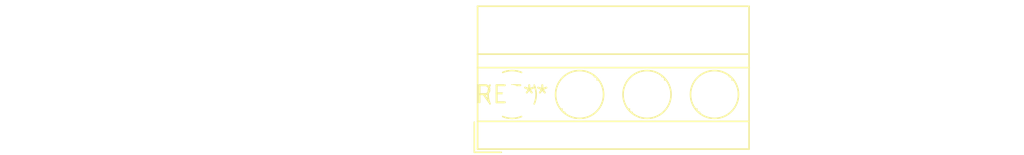
<source format=kicad_pcb>
(kicad_pcb (version 20240108) (generator pcbnew)
  (layers (0 "F.Cu" signal) (31 "B.Cu" signal) (34 "B.Paste" user) (35 "F.Paste" user) (36 "B.SilkS" user "B.Silkscreen") (37 "F.SilkS" user "F.Silkscreen") (38 "B.Mask" user) (39 "F.Mask" user) (44 "Edge.Cuts" user))
  (net 0 "")
  (footprint "TerminalBlock_MetzConnect_Type011_RT05504HBWC_1x04_P5.00mm_Horizontal" (layer "F.Cu") (at 0 0)
    (property "Reference" "REF**")
    (property "Value" "TerminalBlock_MetzConnect_Type011_RT05504HBWC_1x04_P5.00mm_Horizontal")
    (fp_line (start -2.8 2.06) (end -2.8 4.3) (layer "F.SilkS") (stroke (width 0.12)))
    (fp_line (start -2.8 4.3) (end -0.8 4.3) (layer "F.SilkS") (stroke (width 0.12)))
    (fp_line (start -2.56 -6.56) (end -2.56 4.06) (layer "F.SilkS") (stroke (width 0.12)))
    (fp_line (start -2.56 -6.56) (end 17.561 -6.56) (layer "F.SilkS") (stroke (width 0.12)))
    (fp_line (start -2.56 -3) (end 17.561 -3) (layer "F.SilkS") (stroke (width 0.12)))
    (fp_line (start -2.56 -2) (end 17.561 -2) (layer "F.SilkS") (stroke (width 0.12)))
    (fp_line (start -2.56 2) (end 17.561 2) (layer "F.SilkS") (stroke (width 0.12)))
    (fp_line (start -2.56 4.06) (end 17.561 4.06) (layer "F.SilkS") (stroke (width 0.12)))
    (fp_line (start 3.7 1.083) (end 3.65 1.133) (layer "F.SilkS") (stroke (width 0.12)))
    (fp_line (start 3.892 1.325) (end 3.868 1.35) (layer "F.SilkS") (stroke (width 0.12)))
    (fp_line (start 6.133 -1.35) (end 6.108 -1.326) (layer "F.SilkS") (stroke (width 0.12)))
    (fp_line (start 6.35 -1.133) (end 6.301 -1.083) (layer "F.SilkS") (stroke (width 0.12)))
    (fp_line (start 8.7 1.083) (end 8.65 1.133) (layer "F.SilkS") (stroke (width 0.12)))
    (fp_line (start 8.892 1.325) (end 8.868 1.35) (layer "F.SilkS") (stroke (width 0.12)))
    (fp_line (start 11.133 -1.35) (end 11.108 -1.326) (layer "F.SilkS") (stroke (width 0.12)))
    (fp_line (start 11.35 -1.133) (end 11.301 -1.083) (layer "F.SilkS") (stroke (width 0.12)))
    (fp_line (start 13.7 1.083) (end 13.65 1.133) (layer "F.SilkS") (stroke (width 0.12)))
    (fp_line (start 13.892 1.325) (end 13.868 1.35) (layer "F.SilkS") (stroke (width 0.12)))
    (fp_line (start 16.133 -1.35) (end 16.108 -1.326) (layer "F.SilkS") (stroke (width 0.12)))
    (fp_line (start 16.35 -1.133) (end 16.301 -1.083) (layer "F.SilkS") (stroke (width 0.12)))
    (fp_line (start 17.561 -6.56) (end 17.561 4.06) (layer "F.SilkS") (stroke (width 0.12)))
    (fp_arc (start -1.639206 0.695516) (mid -1.780657 -0.000263) (end -1.639 -0.696) (layer "F.SilkS") (stroke (width 0.12)))
    (fp_arc (start -0.695516 -1.639206) (mid 0.000263 -1.780657) (end 0.696 -1.639) (layer "F.SilkS") (stroke (width 0.12)))
    (fp_arc (start 0.030814 1.78039) (mid -0.340023 1.747891) (end -0.696 1.639) (layer "F.SilkS") (stroke (width 0.12)))
    (fp_arc (start 0.695501 1.638499) (mid 0.354875 1.744266) (end 0 1.78) (layer "F.SilkS") (stroke (width 0.12)))
    (fp_arc (start 1.639206 -0.695516) (mid 1.780657 0.000263) (end 1.639 0.696) (layer "F.SilkS") (stroke (width 0.12)))
    (fp_circle (center 5 0) (end 6.78 0) (layer "F.SilkS") (stroke (width 0.12)) (fill none))
    (fp_circle (center 10 0) (end 11.78 0) (layer "F.SilkS") (stroke (width 0.12)) (fill none))
    (fp_circle (center 15 0) (end 16.78 0) (layer "F.SilkS") (stroke (width 0.12)) (fill none))
    (pad "1" thru_hole rect (at 0 0) (size 2.8 2.8) (drill 1.4) (layers *.Cu *.Mask) (remove_unused_layers))
    (pad "2" thru_hole circle (at 5 0) (size 2.8 2.8) (drill 1.4) (layers *.Cu *.Mask) (remove_unused_layers))
    (pad "3" thru_hole circle (at 10 0) (size 2.8 2.8) (drill 1.4) (layers *.Cu *.Mask) (remove_unused_layers))
    (pad "4" thru_hole circle (at 15 0) (size 2.8 2.8) (drill 1.4) (layers *.Cu *.Mask) (remove_unused_layers))
  )
)
</source>
